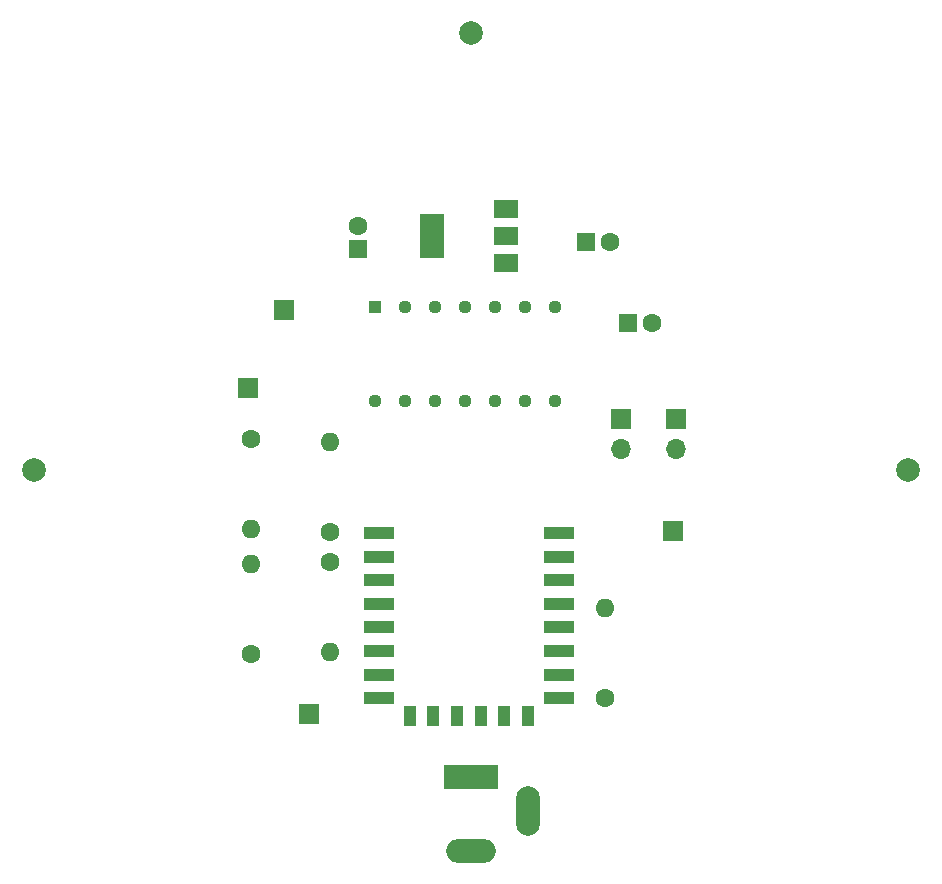
<source format=gbr>
%TF.GenerationSoftware,KiCad,Pcbnew,(6.0.5)*%
%TF.CreationDate,2022-11-18T19:29:44+05:30*%
%TF.ProjectId,Ball Lamp,42616c6c-204c-4616-9d70-2e6b69636164,rev?*%
%TF.SameCoordinates,Original*%
%TF.FileFunction,Soldermask,Bot*%
%TF.FilePolarity,Negative*%
%FSLAX46Y46*%
G04 Gerber Fmt 4.6, Leading zero omitted, Abs format (unit mm)*
G04 Created by KiCad (PCBNEW (6.0.5)) date 2022-11-18 19:29:44*
%MOMM*%
%LPD*%
G01*
G04 APERTURE LIST*
%ADD10R,1.600000X1.600000*%
%ADD11C,1.600000*%
%ADD12R,1.700000X1.700000*%
%ADD13O,1.600000X1.600000*%
%ADD14C,2.000000*%
%ADD15O,1.700000X1.700000*%
%ADD16R,4.600000X2.000000*%
%ADD17O,4.200000X2.000000*%
%ADD18O,2.000000X4.200000*%
%ADD19R,2.500000X1.000000*%
%ADD20R,1.000000X1.800000*%
%ADD21R,1.130000X1.130000*%
%ADD22C,1.130000*%
%ADD23R,2.000000X1.500000*%
%ADD24R,2.000000X3.800000*%
G04 APERTURE END LIST*
D10*
%TO.C,C2*%
X13310000Y12420000D03*
D11*
X15310000Y12420000D03*
%TD*%
D12*
%TO.C,J5*%
X-13700000Y-20680000D03*
%TD*%
D11*
%TO.C,R3*%
X-18620000Y2630000D03*
D13*
X-18620000Y-4990000D03*
%TD*%
D11*
%TO.C,R5*%
X-11980000Y-7840000D03*
D13*
X-11980000Y-15460000D03*
%TD*%
D11*
%TO.C,R2*%
X-11970000Y-5270000D03*
D13*
X-11970000Y2350000D03*
%TD*%
D14*
%TO.C,REF\u002A\u002A*%
X-37000000Y0D03*
%TD*%
%TO.C,REF\u002A\u002A*%
X0Y37000000D03*
%TD*%
D11*
%TO.C,R4*%
X-18630000Y-15590000D03*
D13*
X-18630000Y-7970000D03*
%TD*%
D14*
%TO.C,REF\u002A\u002A*%
X37000000Y0D03*
%TD*%
D12*
%TO.C,J9*%
X17350000Y4290000D03*
D15*
X17350000Y1750000D03*
%TD*%
D10*
%TO.C,C1*%
X9704888Y19260000D03*
D11*
X11704888Y19260000D03*
%TD*%
D12*
%TO.C,J7*%
X-15820000Y13540000D03*
%TD*%
%TO.C,J3*%
X17060000Y-5160000D03*
%TD*%
%TO.C,J6*%
X12700000Y4290000D03*
D15*
X12700000Y1750000D03*
%TD*%
D12*
%TO.C,J4*%
X-18880000Y6890000D03*
%TD*%
D10*
%TO.C,C3*%
X-9590000Y18654888D03*
D11*
X-9590000Y20654888D03*
%TD*%
%TO.C,R1*%
X11360000Y-19360000D03*
D13*
X11360000Y-11740000D03*
%TD*%
D16*
%TO.C,J1*%
X0Y-26000000D03*
D17*
X0Y-32300000D03*
D18*
X4800000Y-28900000D03*
%TD*%
D19*
%TO.C,U1*%
X7400000Y-5360000D03*
X7400000Y-7360000D03*
X7400000Y-9360000D03*
X7400000Y-11360000D03*
X7400000Y-13360000D03*
X7400000Y-15360000D03*
X7400000Y-17360000D03*
X7400000Y-19360000D03*
D20*
X4800000Y-20860000D03*
X2800000Y-20860000D03*
X800000Y-20860000D03*
X-1200000Y-20860000D03*
X-3200000Y-20860000D03*
X-5200000Y-20860000D03*
D19*
X-7800000Y-19360000D03*
X-7800000Y-17360000D03*
X-7800000Y-15360000D03*
X-7800000Y-13360000D03*
X-7800000Y-11360000D03*
X-7800000Y-9360000D03*
X-7800000Y-7360000D03*
X-7800000Y-5360000D03*
%TD*%
D21*
%TO.C,IC1*%
X-8110000Y13740000D03*
D22*
X-5570000Y13740000D03*
X-3030000Y13740000D03*
X-490000Y13740000D03*
X2050000Y13740000D03*
X4590000Y13740000D03*
X7130000Y13740000D03*
X7130000Y5800000D03*
X4590000Y5800000D03*
X2050000Y5800000D03*
X-490000Y5800000D03*
X-3030000Y5800000D03*
X-5570000Y5800000D03*
X-8110000Y5800000D03*
%TD*%
D23*
%TO.C,U2*%
X2940000Y22090000D03*
X2940000Y19790000D03*
D24*
X-3360000Y19790000D03*
D23*
X2940000Y17490000D03*
%TD*%
M02*

</source>
